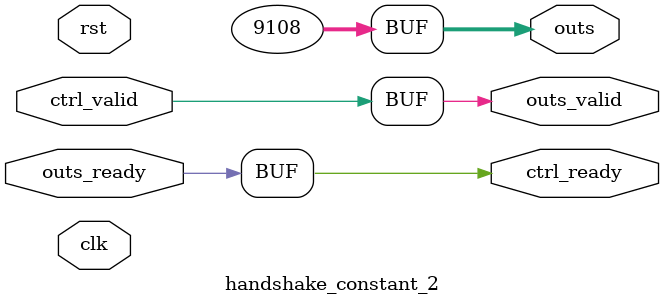
<source format=v>
`timescale 1ns / 1ps
module handshake_constant_2 #(
  parameter DATA_WIDTH = 32  // Default set to 32 bits
) (
  input                       clk,
  input                       rst,
  // Input Channel
  input                       ctrl_valid,
  output                      ctrl_ready,
  // Output Channel
  output [DATA_WIDTH - 1 : 0] outs,
  output                      outs_valid,
  input                       outs_ready
);
  assign outs       = 15'b010001110010100;
  assign outs_valid = ctrl_valid;
  assign ctrl_ready = outs_ready;

endmodule

</source>
